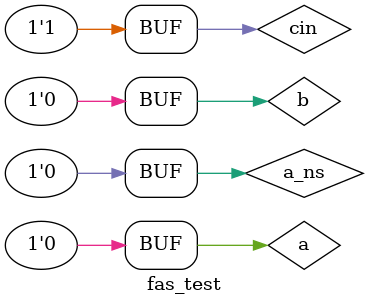
<source format=sv>
module fas_test;

    // ------------------ Signal declarations ------------------
    // Gate output wires
    logic s;
    logic cout;

    // Gate inputs
    logic a;
    logic b;
    logic cin;
    logic a_ns;

    // ------------------ Gate instantiations ------------------
    fas fasI (
			.a(a),
			.b(b),
			.cin(cin),
			.a_ns(a_ns),
			.s(s),
			.cout(cout)
		);
	
	initial begin
        // ==== Longest path to S & Longest path to Cout
        a = 1'b0;
		b = 1'b0;
		cin = 1'b1;
		a_ns = 1'b0;

        // Longest path to s takes 16, but to Cout takes 29
        #29
        a = 1'b1;
		b = 1'b0;
		cin = 1'b1;
		a_ns = 1'b0;

        #29
        a = 1'b0;
		b = 1'b0;
		cin = 1'b1;
		a_ns = 1'b0;

	end

endmodule

</source>
